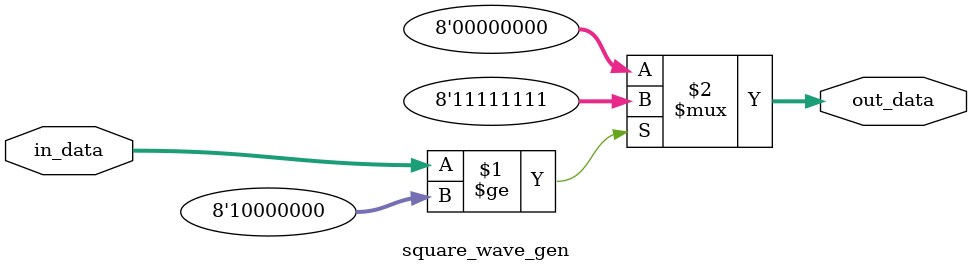
<source format=sv>
module square_wave_gen (
    input  logic [7:0] in_data,
    output logic [7:0] out_data
);
    
    assign out_data = (in_data >= 8'd128) ? 8'd255 : 8'd0;

endmodule

</source>
